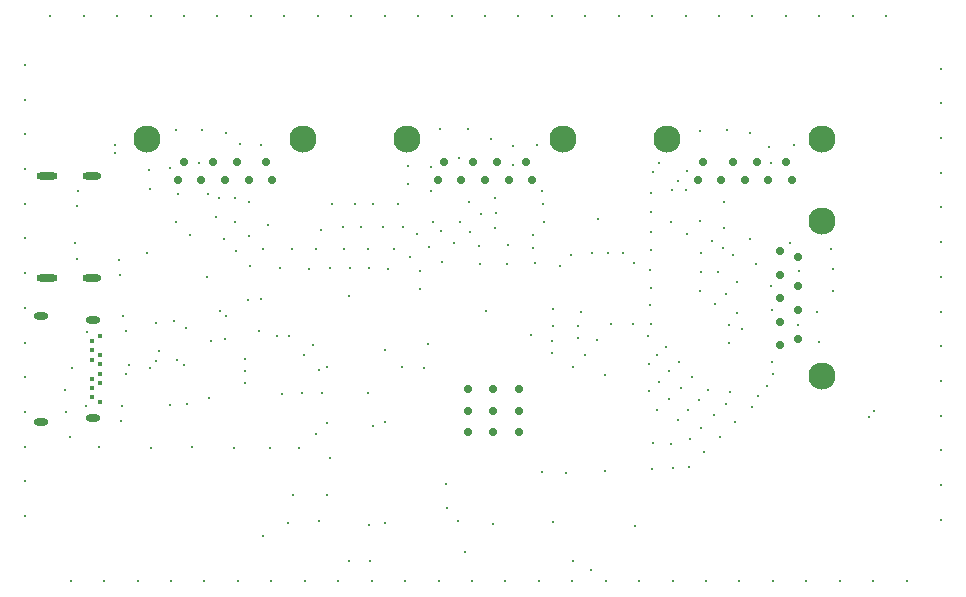
<source format=gbr>
%TF.GenerationSoftware,Altium Limited,Altium Designer,19.0.4 (130)*%
G04 Layer_Color=0*
%FSLAX45Y45*%
%MOMM*%
%TF.FileFunction,Plated,1,2,PTH,Drill*%
%TF.Part,Single*%
G01*
G75*
%TA.AperFunction,ComponentDrill*%
%ADD79O,1.20002X0.60000*%
%ADD80O,1.20000X0.60000*%
%ADD81C,0.40000*%
%ADD82C,2.30002*%
%ADD83C,0.70002*%
%ADD84C,2.30002*%
%ADD85C,0.70002*%
%ADD86O,1.60000X0.60960*%
%ADD87O,1.80000X0.60960*%
%TA.AperFunction,ViaDrill,NotFilled*%
%ADD88C,0.30000*%
%ADD89C,0.71120*%
D79*
X244992Y1449982D02*
D03*
Y2347999D02*
D03*
D80*
X684005Y1485999D02*
D03*
Y2311982D02*
D03*
D81*
X673998Y1658978D02*
D03*
Y1738948D02*
D03*
X744005Y1778996D02*
D03*
Y1618996D02*
D03*
Y1858965D02*
D03*
Y1938985D02*
D03*
Y2018957D02*
D03*
X673998Y1978995D02*
D03*
Y2058965D02*
D03*
Y1818958D02*
D03*
Y2138985D02*
D03*
X744005Y2178985D02*
D03*
D82*
X2456999Y3850010D02*
D03*
X3343001D02*
D03*
X4656999D02*
D03*
X5543001D02*
D03*
X6856999D02*
D03*
X1143001D02*
D03*
D83*
X2000000Y3500000D02*
D03*
X2199999D02*
D03*
X2149974Y3650025D02*
D03*
X1900000D02*
D03*
X1700000D02*
D03*
X1800000Y3500000D02*
D03*
X1600000D02*
D03*
X1400001D02*
D03*
X1450026Y3650025D02*
D03*
X3600001Y3500000D02*
D03*
X3800000D02*
D03*
X3900000Y3650025D02*
D03*
X3650026D02*
D03*
X4100000D02*
D03*
X4199999Y3500000D02*
D03*
X4000000D02*
D03*
X4399999D02*
D03*
X4349974Y3650025D02*
D03*
X5850026D02*
D03*
X5800001Y3500000D02*
D03*
X6000000D02*
D03*
X6200000D02*
D03*
X6100000Y3650025D02*
D03*
X6300000D02*
D03*
X6549974D02*
D03*
X6599999Y3500000D02*
D03*
X6400000D02*
D03*
D84*
X6850009Y1843001D02*
D03*
Y3156999D02*
D03*
D85*
X6500000Y2100001D02*
D03*
X6650025Y2150026D02*
D03*
Y2400000D02*
D03*
Y2600000D02*
D03*
Y2849974D02*
D03*
X6500000Y2899999D02*
D03*
Y2700000D02*
D03*
Y2500000D02*
D03*
Y2300000D02*
D03*
D86*
X670995Y2667994D02*
D03*
Y3532006D02*
D03*
D87*
X289005Y2667994D02*
D03*
Y3532006D02*
D03*
D88*
X104000Y656000D02*
D03*
Y949615D02*
D03*
X490000Y1327000D02*
D03*
X736000Y1238000D02*
D03*
X915000Y1459000D02*
D03*
X1172000Y1235000D02*
D03*
X1517000Y1238000D02*
D03*
X1878000Y1235000D02*
D03*
X2183000D02*
D03*
X2375000Y833000D02*
D03*
X2330000Y594000D02*
D03*
X2598000Y612000D02*
D03*
X2847289Y274279D02*
D03*
X2757640Y105000D02*
D03*
X3040720D02*
D03*
X3323800D02*
D03*
X3606880D02*
D03*
X3889959D02*
D03*
X4173039D02*
D03*
X4456119D02*
D03*
X4739199D02*
D03*
X5022279D02*
D03*
X5305359D02*
D03*
X5588439D02*
D03*
X5871519D02*
D03*
X6154599D02*
D03*
X6437679D02*
D03*
X6720759D02*
D03*
X7003839D02*
D03*
X7286919D02*
D03*
X7569999D02*
D03*
X7864000Y625000D02*
D03*
Y918615D02*
D03*
Y1212231D02*
D03*
Y1505846D02*
D03*
Y1799461D02*
D03*
Y2093077D02*
D03*
Y2386692D02*
D03*
Y2680308D02*
D03*
Y2973923D02*
D03*
Y3267538D02*
D03*
Y3561154D02*
D03*
Y3854769D02*
D03*
Y4148384D02*
D03*
Y4442000D02*
D03*
X7396999Y4891000D02*
D03*
X7113919D02*
D03*
X6830839D02*
D03*
X6547759D02*
D03*
X6264679D02*
D03*
X5981599D02*
D03*
X5698519D02*
D03*
X5415439D02*
D03*
X5132359D02*
D03*
X4849279D02*
D03*
X4566199D02*
D03*
X4283119D02*
D03*
X4000039D02*
D03*
X3716960D02*
D03*
X3433880D02*
D03*
X3150800D02*
D03*
X2867720D02*
D03*
X2584640D02*
D03*
X2301560D02*
D03*
X2018480D02*
D03*
X1735400D02*
D03*
X1452320D02*
D03*
X1169240D02*
D03*
X886160D02*
D03*
X603080D02*
D03*
X320000D02*
D03*
X104000Y4473000D02*
D03*
Y4179384D02*
D03*
Y3885769D02*
D03*
Y3592154D02*
D03*
Y3298538D02*
D03*
Y3004923D02*
D03*
Y2711308D02*
D03*
Y2417692D02*
D03*
Y2124077D02*
D03*
Y1830461D02*
D03*
Y1536846D02*
D03*
Y1243231D02*
D03*
X451000Y1534000D02*
D03*
X444000Y1720000D02*
D03*
X626000Y1590000D02*
D03*
X925000Y1583000D02*
D03*
X1337000Y1596000D02*
D03*
X1480000Y1601000D02*
D03*
X1665000Y1654000D02*
D03*
X1971000Y1782000D02*
D03*
X2426000Y1229000D02*
D03*
X2570000Y1347000D02*
D03*
X2666492Y836930D02*
D03*
X3018000Y582000D02*
D03*
X3157728Y596392D02*
D03*
X3025290Y275279D02*
D03*
X3833114Y346710D02*
D03*
X4068000Y584000D02*
D03*
X4579000Y604000D02*
D03*
X4743289Y277279D02*
D03*
X4897000Y197000D02*
D03*
X5274000Y573000D02*
D03*
X5415000Y1056000D02*
D03*
X5592000Y1062000D02*
D03*
X5724000Y1069000D02*
D03*
X5993000Y1323000D02*
D03*
X6115000Y1447000D02*
D03*
X6311000Y1669000D02*
D03*
X6392000Y1758000D02*
D03*
X6437000Y1860000D02*
D03*
X6432000Y1963000D02*
D03*
X6652000Y2275000D02*
D03*
X6814000Y2386000D02*
D03*
X6827000Y2132000D02*
D03*
X6945000Y2561000D02*
D03*
Y2745000D02*
D03*
X6659000Y2729000D02*
D03*
X6930000Y2915000D02*
D03*
X6587000Y2966000D02*
D03*
X6293000Y2791000D02*
D03*
X6425000Y2604000D02*
D03*
X6428000Y2402000D02*
D03*
X6040000Y2534000D02*
D03*
X6136000Y2634000D02*
D03*
X5974000Y2723000D02*
D03*
X6130000Y2373000D02*
D03*
X6070000Y2272000D02*
D03*
X6177000Y2240000D02*
D03*
X6066000Y2124000D02*
D03*
X6077000Y1706000D02*
D03*
X6042000Y1606000D02*
D03*
X6259000Y1580000D02*
D03*
X5753000Y1834000D02*
D03*
X5641000Y1962000D02*
D03*
X5656000Y1740000D02*
D03*
X5718000Y1554000D02*
D03*
X5634000Y1471000D02*
D03*
X5937000Y1513000D02*
D03*
X5812000Y1641000D02*
D03*
X5890000Y1721000D02*
D03*
X5826000Y1399000D02*
D03*
X5737000Y1311000D02*
D03*
X5858000Y1194000D02*
D03*
X5559000Y1649000D02*
D03*
X5460000Y1550000D02*
D03*
X5390000Y1715000D02*
D03*
X5470000Y1793000D02*
D03*
X5420000Y1271000D02*
D03*
X5578000Y1269000D02*
D03*
X5016000Y1035000D02*
D03*
X4686000Y1021000D02*
D03*
X4481000Y1026000D02*
D03*
X3672000Y928000D02*
D03*
X3683000Y719000D02*
D03*
X3772000Y610000D02*
D03*
X3150000Y1450000D02*
D03*
X3052000Y1420000D02*
D03*
X3012694Y1693926D02*
D03*
X3301000Y1913000D02*
D03*
X3484000Y1905000D02*
D03*
X3522000Y2112000D02*
D03*
X3157000Y2060000D02*
D03*
X2665000Y1915000D02*
D03*
X2622000Y1700000D02*
D03*
X2659000Y1439000D02*
D03*
X2684526Y1143762D02*
D03*
X2447000Y1700000D02*
D03*
X2284000Y1692000D02*
D03*
X2592000Y1893000D02*
D03*
X2468000Y2019000D02*
D03*
X2548000Y2107000D02*
D03*
X2341892Y2182044D02*
D03*
X2851000Y2516000D02*
D03*
X2854000Y2752000D02*
D03*
X2692000Y2755000D02*
D03*
X3018000D02*
D03*
X3183000Y2750000D02*
D03*
X3452000Y2732000D02*
D03*
X3454000Y2577000D02*
D03*
X3634000Y2807000D02*
D03*
X3735000Y2964000D02*
D03*
X3632000Y3066000D02*
D03*
X3873000Y3058000D02*
D03*
X3955000Y2785000D02*
D03*
X4191000Y2788000D02*
D03*
X4008000Y2395000D02*
D03*
X4565000Y2032000D02*
D03*
X4844000Y2019000D02*
D03*
X4747000Y1920000D02*
D03*
X5016246Y1847088D02*
D03*
X5388000Y1945000D02*
D03*
X5460000Y2017000D02*
D03*
X5530000Y2085000D02*
D03*
X5559000Y1880000D02*
D03*
X5952000Y2450000D02*
D03*
X5818000Y2563000D02*
D03*
X5827000Y2725000D02*
D03*
X6016000Y2925000D02*
D03*
X6099000Y2862000D02*
D03*
X6245000Y2999000D02*
D03*
X6020000Y3092000D02*
D03*
X6026000Y3317000D02*
D03*
X6425000Y3646000D02*
D03*
X6406000Y3777000D02*
D03*
X6615000Y3794000D02*
D03*
X6246000Y3902000D02*
D03*
X6046000Y3922000D02*
D03*
X5825000Y3917000D02*
D03*
X5708000Y3574000D02*
D03*
X5633000Y3492000D02*
D03*
X5701000Y3413000D02*
D03*
X5818000Y3149000D02*
D03*
X5712000Y3044000D02*
D03*
X5922000Y2987000D02*
D03*
X5829000Y2882000D02*
D03*
X5575000Y3146000D02*
D03*
X5405000Y3227000D02*
D03*
X5402000Y3392000D02*
D03*
X5584000Y3415000D02*
D03*
X5406000Y3060000D02*
D03*
X5405000Y2904000D02*
D03*
X5400000Y2737000D02*
D03*
X5402000Y2584000D02*
D03*
X5400000Y2446000D02*
D03*
X5405000Y2281000D02*
D03*
X5384000Y2178000D02*
D03*
X5263000Y2796000D02*
D03*
X5252000Y2284000D02*
D03*
X5064000Y2281000D02*
D03*
X4633000Y2776000D02*
D03*
X4814000Y2383000D02*
D03*
X4790000Y2261000D02*
D03*
X4788000Y2161000D02*
D03*
X4947000Y2144000D02*
D03*
X4425000Y2798000D02*
D03*
X4580000Y2404000D02*
D03*
X4575000Y2262000D02*
D03*
X4569000Y2137000D02*
D03*
X4393438Y2187194D02*
D03*
X5039000Y2885000D02*
D03*
X5169000D02*
D03*
X4961000Y3171000D02*
D03*
X5422000Y3567000D02*
D03*
X5476000Y3643000D02*
D03*
X4907000Y2879000D02*
D03*
X4732000Y2865000D02*
D03*
X4496000Y3143000D02*
D03*
X4490000Y3294000D02*
D03*
X4486000Y3403000D02*
D03*
X4408000Y3032000D02*
D03*
Y2924000D02*
D03*
X4097000Y3223000D02*
D03*
X4083000Y3344000D02*
D03*
X3969000Y3215000D02*
D03*
X4089000Y3093000D02*
D03*
X4193000Y2947000D02*
D03*
X3952000Y2941000D02*
D03*
X3787000Y3143000D02*
D03*
X3869000Y3313000D02*
D03*
X4234000Y3624000D02*
D03*
X4237000Y3789000D02*
D03*
X4439000Y3794000D02*
D03*
X4055000Y3848000D02*
D03*
X3860000Y3929000D02*
D03*
X3616000Y3932000D02*
D03*
X3777000Y3684000D02*
D03*
X3547000Y3609000D02*
D03*
X3349000Y3618000D02*
D03*
X3351000Y3467000D02*
D03*
X3543000Y3403000D02*
D03*
X3558000Y3142000D02*
D03*
X3424000Y3041000D02*
D03*
X3306000Y3100000D02*
D03*
X3368000Y2847000D02*
D03*
X3528000Y2936000D02*
D03*
X3266000Y3299000D02*
D03*
X3055000D02*
D03*
X3134000Y3103000D02*
D03*
X2952000Y3100000D02*
D03*
X3010000Y2915000D02*
D03*
X3226000Y2913000D02*
D03*
X2901000Y3299000D02*
D03*
X2707000Y3301000D02*
D03*
X2796000Y3099000D02*
D03*
X2810000Y2914000D02*
D03*
X2610000Y3078000D02*
D03*
X2572000Y2913000D02*
D03*
X2370000Y2915000D02*
D03*
X2264000Y2753000D02*
D03*
X2507000Y2750000D02*
D03*
X2117000Y2918000D02*
D03*
X2004000Y3029000D02*
D03*
X2164000Y3117000D02*
D03*
X2015000Y2770000D02*
D03*
X1998000Y2488000D02*
D03*
X2108000Y2489000D02*
D03*
X2086000Y2223000D02*
D03*
X2241912Y2182044D02*
D03*
X1969000Y1981000D02*
D03*
X1972000Y1884000D02*
D03*
X1795780Y2153158D02*
D03*
X1683004Y2134108D02*
D03*
X1753000Y2388000D02*
D03*
X1805000Y2347000D02*
D03*
X1649000Y2678000D02*
D03*
X1891000Y2899000D02*
D03*
X1787000Y3004000D02*
D03*
X2000000Y3313000D02*
D03*
X2107000Y3794000D02*
D03*
X1807000Y3900000D02*
D03*
X1605000Y3925000D02*
D03*
X1925000Y3806000D02*
D03*
X1886000Y3349000D02*
D03*
X1750000Y3347000D02*
D03*
X1654000Y3384000D02*
D03*
X1727000Y3184000D02*
D03*
X1884000Y3146000D02*
D03*
X1578000Y3644000D02*
D03*
X1336000Y3603000D02*
D03*
X1401000Y3383000D02*
D03*
X1386000Y3146000D02*
D03*
X1501000Y3036000D02*
D03*
X1162000Y3424000D02*
D03*
X1141000Y2886000D02*
D03*
X898000Y2827000D02*
D03*
X906000Y2700000D02*
D03*
X627000Y2215000D02*
D03*
X988822Y1937258D02*
D03*
X962914Y1854962D02*
D03*
X1159996Y1908978D02*
D03*
X1212896Y1963803D02*
D03*
X1243000Y2055000D02*
D03*
X1393444Y1977136D02*
D03*
X1452880Y1930654D02*
D03*
X1471000Y2246000D02*
D03*
X1370000Y2305000D02*
D03*
X1217000Y2291000D02*
D03*
X962000Y2218000D02*
D03*
X932000Y2348000D02*
D03*
X542000Y2835000D02*
D03*
X532000Y2968000D02*
D03*
X548000Y3277000D02*
D03*
X554000Y3410000D02*
D03*
X871000Y3726000D02*
D03*
Y3799000D02*
D03*
X1157000Y3585000D02*
D03*
X1386000Y3927000D02*
D03*
X500000Y1906000D02*
D03*
X2121000Y482000D02*
D03*
X1908400Y105000D02*
D03*
X1625320D02*
D03*
X2191480D02*
D03*
X2474560D02*
D03*
X1342240D02*
D03*
X1059160D02*
D03*
X776080D02*
D03*
X493000D02*
D03*
X7248000Y1496000D02*
D03*
X7294000Y1543000D02*
D03*
D89*
X3854000Y1364000D02*
D03*
X4071000D02*
D03*
X4288000D02*
D03*
Y1547000D02*
D03*
Y1732000D02*
D03*
X4071000D02*
D03*
Y1547000D02*
D03*
X3854000D02*
D03*
Y1732000D02*
D03*
%TF.MD5,1ce5ad2802daddeaf5ff972556802511*%
M02*

</source>
